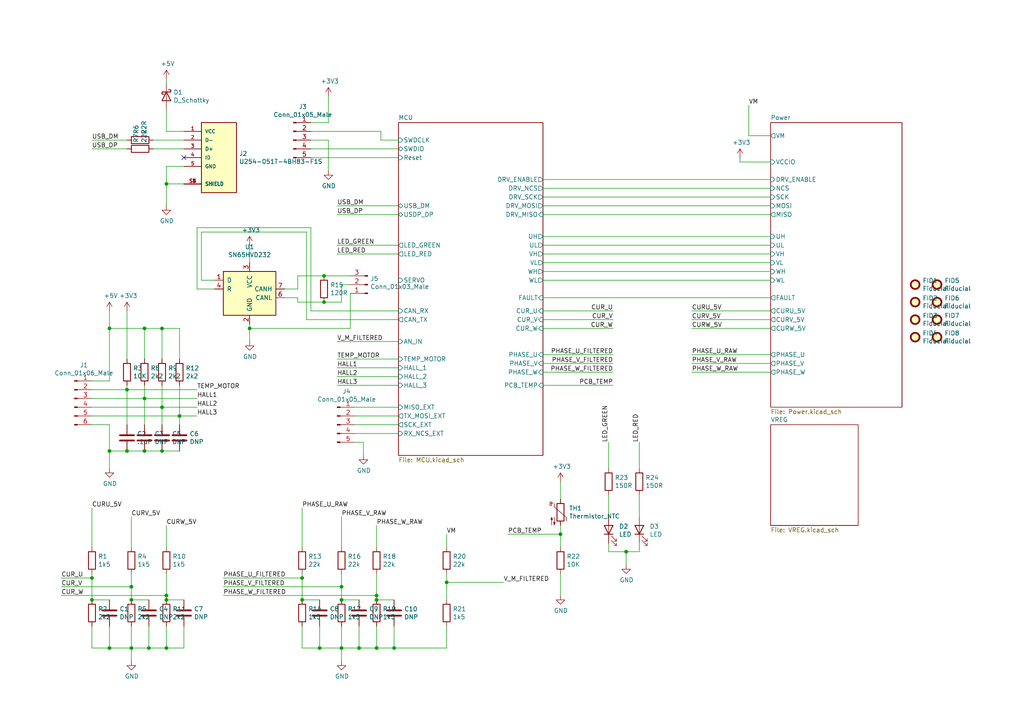
<source format=kicad_sch>
(kicad_sch (version 20211123) (generator eeschema)
  (paper "A4")
  (title_block (title "xESC BLDC Controller") (date "2021-12-01") (rev "2.0") (company "Clemens Elflein") (comment 1 "Creative Commons Attribution-NonCommercial-ShareAlike 4.0 International License.") (comment 2 "Licensed under "))
  (lib_symbols
    (symbol "Connector:Conn_01x03_Male" (pin_names (offset 1.016) hide)
      (property "Reference" "J" (at 0 5.08 0))
      (property "Value" "Conn_01x03_Male" (at 0 -5.08 0))
      (symbol "Conn_01x03_Male_1_1"
        (polyline (pts (xy 1.27 -2.54) (xy 0.8636 -2.54)) (stroke (width 0.1524)))
        (polyline (pts (xy 1.27 0) (xy 0.8636 0)) (stroke (width 0.1524)))
        (polyline (pts (xy 1.27 2.54) (xy 0.8636 2.54)) (stroke (width 0.1524)))
        (rectangle (start 0.8636 -2.413) (end 0 -2.667) (stroke (width 0.1524)) (fill (type outline)))
        (rectangle (start 0.8636 0.127) (end 0 -0.127) (stroke (width 0.1524)) (fill (type outline)))
        (rectangle (start 0.8636 2.667) (end 0 2.413) (stroke (width 0.1524)) (fill (type outline)))
        (pin passive line (at 5.08 2.54 180) (length 3.81) (name "Pin_1") (number "1"))
        (pin passive line (at 5.08 0 180) (length 3.81) (name "Pin_2") (number "2"))
        (pin passive line (at 5.08 -2.54 180) (length 3.81) (name "Pin_3") (number "3"))
      )
    )
    (symbol "Connector:Conn_01x05_Male" (pin_names (offset 1.016) hide)
      (property "Reference" "J" (at 0 7.62 0))
      (property "Value" "Conn_01x05_Male" (at 0 -7.62 0))
      (symbol "Conn_01x05_Male_1_1"
        (polyline (pts (xy 1.27 -5.08) (xy 0.8636 -5.08)) (stroke (width 0.1524)))
        (polyline (pts (xy 1.27 -2.54) (xy 0.8636 -2.54)) (stroke (width 0.1524)))
        (polyline (pts (xy 1.27 0) (xy 0.8636 0)) (stroke (width 0.1524)))
        (polyline (pts (xy 1.27 2.54) (xy 0.8636 2.54)) (stroke (width 0.1524)))
        (polyline (pts (xy 1.27 5.08) (xy 0.8636 5.08)) (stroke (width 0.1524)))
        (rectangle (start 0.8636 -4.953) (end 0 -5.207) (stroke (width 0.1524)) (fill (type outline)))
        (rectangle (start 0.8636 -2.413) (end 0 -2.667) (stroke (width 0.1524)) (fill (type outline)))
        (rectangle (start 0.8636 0.127) (end 0 -0.127) (stroke (width 0.1524)) (fill (type outline)))
        (rectangle (start 0.8636 2.667) (end 0 2.413) (stroke (width 0.1524)) (fill (type outline)))
        (rectangle (start 0.8636 5.207) (end 0 4.953) (stroke (width 0.1524)) (fill (type outline)))
        (pin passive line (at 5.08 5.08 180) (length 3.81) (name "Pin_1") (number "1"))
        (pin passive line (at 5.08 2.54 180) (length 3.81) (name "Pin_2") (number "2"))
        (pin passive line (at 5.08 0 180) (length 3.81) (name "Pin_3") (number "3"))
        (pin passive line (at 5.08 -2.54 180) (length 3.81) (name "Pin_4") (number "4"))
        (pin passive line (at 5.08 -5.08 180) (length 3.81) (name "Pin_5") (number "5"))
      )
    )
    (symbol "Connector:Conn_01x06_Male" (pin_names (offset 1.016) hide)
      (property "Reference" "J" (at 0 7.62 0))
      (property "Value" "Conn_01x06_Male" (at 0 -10.16 0))
      (symbol "Conn_01x06_Male_1_1"
        (polyline (pts (xy 1.27 -7.62) (xy 0.8636 -7.62)) (stroke (width 0.1524)))
        (polyline (pts (xy 1.27 -5.08) (xy 0.8636 -5.08)) (stroke (width 0.1524)))
        (polyline (pts (xy 1.27 -2.54) (xy 0.8636 -2.54)) (stroke (width 0.1524)))
        (polyline (pts (xy 1.27 0) (xy 0.8636 0)) (stroke (width 0.1524)))
        (polyline (pts (xy 1.27 2.54) (xy 0.8636 2.54)) (stroke (width 0.1524)))
        (polyline (pts (xy 1.27 5.08) (xy 0.8636 5.08)) (stroke (width 0.1524)))
        (rectangle (start 0.8636 -7.493) (end 0 -7.747) (stroke (width 0.1524)) (fill (type outline)))
        (rectangle (start 0.8636 -4.953) (end 0 -5.207) (stroke (width 0.1524)) (fill (type outline)))
        (rectangle (start 0.8636 -2.413) (end 0 -2.667) (stroke (width 0.1524)) (fill (type outline)))
        (rectangle (start 0.8636 0.127) (end 0 -0.127) (stroke (width 0.1524)) (fill (type outline)))
        (rectangle (start 0.8636 2.667) (end 0 2.413) (stroke (width 0.1524)) (fill (type outline)))
        (rectangle (start 0.8636 5.207) (end 0 4.953) (stroke (width 0.1524)) (fill (type outline)))
        (pin passive line (at 5.08 5.08 180) (length 3.81) (name "Pin_1") (number "1"))
        (pin passive line (at 5.08 2.54 180) (length 3.81) (name "Pin_2") (number "2"))
        (pin passive line (at 5.08 0 180) (length 3.81) (name "Pin_3") (number "3"))
        (pin passive line (at 5.08 -2.54 180) (length 3.81) (name "Pin_4") (number "4"))
        (pin passive line (at 5.08 -5.08 180) (length 3.81) (name "Pin_5") (number "5"))
        (pin passive line (at 5.08 -7.62 180) (length 3.81) (name "Pin_6") (number "6"))
      )
    )
    (symbol "Device:C" (pin_numbers hide) (pin_names (offset 0.254))
      (property "Reference" "C" (at 0.635 2.54 0))
      (property "Value" "C" (at 0.635 -2.54 0))
      (symbol "C_0_1"
        (polyline (pts (xy -2.032 -0.762) (xy 2.032 -0.762)) (stroke (width 0.508)))
        (polyline (pts (xy -2.032 0.762) (xy 2.032 0.762)) (stroke (width 0.508)))
      )
      (symbol "C_1_1"
        (pin passive line (at 0 3.81 270) (length 2.794) (name "~") (number "1"))
        (pin passive line (at 0 -3.81 90) (length 2.794) (name "~") (number "2"))
      )
    )
    (symbol "Device:D_Schottky" (pin_numbers hide) (pin_names (offset 1.016) hide)
      (property "Reference" "D" (at 0 2.54 0))
      (property "Value" "D_Schottky" (at 0 -2.54 0))
      (symbol "D_Schottky_0_1"
        (polyline (pts (xy 1.27 0) (xy -1.27 0)))
        (polyline (pts (xy 1.27 1.27) (xy 1.27 -1.27) (xy -1.27 0) (xy 1.27 1.27)) (stroke (width 0.254)))
        (polyline (pts (xy -1.905 0.635) (xy -1.905 1.27) (xy -1.27 1.27) (xy -1.27 -1.27) (xy -0.635 -1.27) (xy -0.635 -0.635)) (stroke (width 0.254)))
      )
      (symbol "D_Schottky_1_1"
        (pin passive line (at -3.81 0 0) (length 2.54) (name "K") (number "1"))
        (pin passive line (at 3.81 0 180) (length 2.54) (name "A") (number "2"))
      )
    )
    (symbol "Device:LED" (pin_numbers hide) (pin_names (offset 1.016) hide)
      (property "Reference" "D" (at 0 2.54 0))
      (property "Value" "LED" (at 0 -2.54 0))
      (symbol "LED_0_1"
        (polyline (pts (xy -1.27 -1.27) (xy -1.27 1.27)) (stroke (width 0.254)))
        (polyline (pts (xy -1.27 0) (xy 1.27 0)))
        (polyline (pts (xy 1.27 -1.27) (xy 1.27 1.27) (xy -1.27 0) (xy 1.27 -1.27)) (stroke (width 0.254)))
        (polyline (pts (xy -3.048 -0.762) (xy -4.572 -2.286) (xy -3.81 -2.286) (xy -4.572 -2.286) (xy -4.572 -1.524)))
        (polyline (pts (xy -1.778 -0.762) (xy -3.302 -2.286) (xy -2.54 -2.286) (xy -3.302 -2.286) (xy -3.302 -1.524)))
      )
      (symbol "LED_1_1"
        (pin passive line (at -3.81 0 0) (length 2.54) (name "K") (number "1"))
        (pin passive line (at 3.81 0 180) (length 2.54) (name "A") (number "2"))
      )
    )
    (symbol "Device:R" (pin_numbers hide) (pin_names (offset 0))
      (property "Reference" "R" (at 2.032 0 90))
      (property "Value" "R" (at 0 0 90))
      (symbol "R_0_1"
        (rectangle (start -1.016 -2.54) (end 1.016 2.54) (stroke (width 0.254)))
      )
      (symbol "R_1_1"
        (pin passive line (at 0 3.81 270) (length 1.27) (name "~") (number "1"))
        (pin passive line (at 0 -3.81 90) (length 1.27) (name "~") (number "2"))
      )
    )
    (symbol "Device:Thermistor_NTC" (pin_numbers hide) (pin_names (offset 0))
      (property "Reference" "TH" (at -4.445 0 90))
      (property "Value" "Thermistor_NTC" (at 3.175 0 90))
      (symbol "Thermistor_NTC_0_1"
        (arc (start -3.048 2.159) (mid -3.0505 2.3165) (end -3.175 2.413))
        (arc (start -3.048 2.159) (mid -2.9736 1.9794) (end -2.794 1.905))
        (arc (start -3.048 2.794) (mid -2.9736 2.6144) (end -2.794 2.54))
        (arc (start -2.794 1.905) (mid -2.6144 1.9794) (end -2.54 2.159))
        (arc (start -2.794 2.54) (mid -2.434 2.5608) (end -2.159 2.794))
        (arc (start -2.794 3.048) (mid -2.9736 2.9736) (end -3.048 2.794))
        (arc (start -2.54 2.794) (mid -2.6144 2.9736) (end -2.794 3.048))
        (rectangle (start -1.016 2.54) (end 1.016 -2.54) (stroke (width 0.254)))
        (polyline (pts (xy -2.54 2.159) (xy -2.54 2.794)))
        (polyline (pts (xy -1.778 2.54) (xy -1.778 1.524) (xy 1.778 -1.524) (xy 1.778 -2.54)))
        (polyline (pts (xy -2.54 -3.683) (xy -2.54 -1.397) (xy -2.794 -2.159) (xy -2.286 -2.159) (xy -2.54 -1.397) (xy -2.54 -1.651)) (fill (type outline)))
        (polyline (pts (xy -1.778 -1.397) (xy -1.778 -3.683) (xy -2.032 -2.921) (xy -1.524 -2.921) (xy -1.778 -3.683) (xy -1.778 -3.429)) (fill (type outline)))
      )
      (symbol "Thermistor_NTC_1_1"
        (pin passive line (at 0 3.81 270) (length 1.27) (name "~") (number "1"))
        (pin passive line (at 0 -3.81 90) (length 1.27) (name "~") (number "2"))
      )
    )
    (symbol "Interface_CAN_LIN:SN65HVD232" (pin_names (offset 1.016))
      (property "Reference" "U" (at -2.54 10.16 0))
      (property "Value" "SN65HVD232" (at -2.54 7.62 0))
      (symbol "SN65HVD232_0_1"
        (rectangle (start -7.62 5.08) (end 7.62 -7.62) (stroke (width 0.254)) (fill (type background)))
      )
      (symbol "SN65HVD232_1_1"
        (pin input line (at -10.16 2.54 0) (length 2.54) (name "D") (number "1"))
        (pin power_in line (at 0 -10.16 90) (length 2.54) (name "GND") (number "2"))
        (pin power_in line (at 0 7.62 270) (length 2.54) (name "VCC") (number "3"))
        (pin output line (at -10.16 0 0) (length 2.54) (name "R") (number "4"))
        (pin no_connect line (at -10.16 -2.54 0) (length 2.54) hide (name "NC") (number "5"))
        (pin bidirectional line (at 10.16 -2.54 180) (length 2.54) (name "CANL") (number "6"))
        (pin bidirectional line (at 10.16 0 180) (length 2.54) (name "CANH") (number "7"))
        (pin no_connect line (at -10.16 -5.08 0) (length 2.54) hide (name "NC") (number "8"))
      )
    )
    (symbol "Mechanical:Fiducial"
      (property "Reference" "FID" (at 0 5.08 0))
      (property "Value" "Fiducial" (at 0 3.175 0))
      (symbol "Fiducial_0_1"
        (circle (center 0 0) (radius 1.27) (stroke (width 0.508)) (fill (type background)))
      )
    )
    (symbol "U254-051T-4BH83-F1S:U254-051T-4BH83-F1S" (pin_names (offset 1.016))
      (property "Reference" "J" (at -5.08 11.43 0))
      (property "Value" "U254-051T-4BH83-F1S" (at -5.08 -12.7 0))
      (symbol "U254-051T-4BH83-F1S_0_0"
        (rectangle (start -5.08 -10.16) (end 5.08 10.16) (stroke (width 0.254)) (fill (type background)))
        (pin power_in line (at -10.16 7.62 0) (length 5.08) (name "VCC") (number "1"))
        (pin bidirectional line (at -10.16 5.08 0) (length 5.08) (name "D-") (number "2"))
        (pin bidirectional line (at -10.16 2.54 0) (length 5.08) (name "D+") (number "3"))
        (pin bidirectional line (at -10.16 0 0) (length 5.08) (name "ID") (number "4"))
        (pin power_in line (at -10.16 -2.54 0) (length 5.08) (name "GND") (number "5"))
        (pin passive line (at -10.16 -7.62 0) (length 5.08) (name "SHIELD") (number "S1"))
        (pin passive line (at -10.16 -7.62 0) (length 5.08) (name "SHIELD") (number "S2"))
        (pin passive line (at -10.16 -7.62 0) (length 5.08) (name "SHIELD") (number "S3"))
        (pin passive line (at -10.16 -7.62 0) (length 5.08) (name "SHIELD") (number "S4"))
        (pin passive line (at -10.16 -7.62 0) (length 5.08) (name "SHIELD") (number "S5"))
        (pin passive line (at -10.16 -7.62 0) (length 5.08) (name "SHIELD") (number "S6"))
      )
    )
    (symbol "power:+3.3V" (power) (pin_names (offset 0))
      (property "Value" "+3.3V" (at 0 3.556 0))
      (symbol "+3.3V_0_1"
        (polyline (pts (xy -0.762 1.27) (xy 0 2.54)))
        (polyline (pts (xy 0 0) (xy 0 2.54)))
        (polyline (pts (xy 0 2.54) (xy 0.762 1.27)))
      )
      (symbol "+3.3V_1_1"
        (pin power_in line (at 0 0 90) (length 0) hide (name "+3V3") (number "1"))
      )
    )
    (symbol "power:+5V" (power) (pin_names (offset 0))
      (property "Value" "+5V" (at 0 3.556 0))
      (symbol "+5V_0_1"
        (polyline (pts (xy -0.762 1.27) (xy 0 2.54)))
        (polyline (pts (xy 0 0) (xy 0 2.54)))
        (polyline (pts (xy 0 2.54) (xy 0.762 1.27)))
      )
      (symbol "+5V_1_1"
        (pin power_in line (at 0 0 90) (length 0) hide (name "+5V") (number "1"))
      )
    )
    (symbol "power:GND" (power) (pin_names (offset 0))
      (property "Value" "GND" (at 0 -3.81 0))
      (symbol "GND_0_1"
        (polyline (pts (xy 0 0) (xy 0 -1.27) (xy 1.27 -1.27) (xy 0 -2.54) (xy -1.27 -1.27) (xy 0 -1.27)))
      )
      (symbol "GND_1_1"
        (pin power_in line (at 0 0 270) (length 0) hide (name "GND") (number "1"))
      )
    )
  )
  (junction (at 92.71 187.96))
  (junction (at 43.18 187.96))
  (junction (at 46.99 130.81))
  (junction (at 26.67 167.64))
  (junction (at 48.26 187.96))
  (junction (at 99.06 173.99))
  (junction (at 36.83 113.03))
  (junction (at 72.39 95.25))
  (junction (at 48.26 53.34))
  (junction (at 114.3 187.96))
  (junction (at 38.1 187.96))
  (junction (at 109.22 173.99))
  (junction (at 129.54 168.91))
  (junction (at 48.26 172.72))
  (junction (at 36.83 130.81))
  (junction (at 31.75 187.96))
  (junction (at 109.22 172.72))
  (junction (at 87.63 173.99))
  (junction (at 52.07 120.65))
  (junction (at 31.75 95.25))
  (junction (at 48.26 173.99))
  (junction (at 46.99 95.25))
  (junction (at 46.99 118.11))
  (junction (at 93.98 80.01))
  (junction (at 41.91 130.81))
  (junction (at 26.67 173.99))
  (junction (at 104.14 187.96))
  (junction (at 162.56 154.94))
  (junction (at 99.06 187.96))
  (junction (at 93.98 87.63))
  (junction (at 87.63 167.64))
  (junction (at 99.06 170.18))
  (junction (at 109.22 187.96))
  (junction (at 38.1 170.18))
  (junction (at 38.1 173.99))
  (junction (at 41.91 95.25))
  (junction (at 31.75 130.81))
  (junction (at 181.61 160.02))
  (junction (at 41.91 115.57))
  (no_connect (at 53.34 45.72))
  (wire (pts (xy 53.34 40.64) (xy 44.45 40.64)))
  (wire (pts (xy 115.57 71.12) (xy 97.79 71.12)))
  (wire (pts (xy 95.25 35.56) (xy 95.25 27.94)))
  (wire (pts (xy 38.1 187.96) (xy 43.18 187.96)))
  (wire (pts (xy 97.79 109.22) (xy 115.57 109.22)))
  (wire (pts (xy 86.36 87.63) (xy 93.98 87.63)))
  (wire (pts (xy 223.52 102.87) (xy 200.66 102.87)))
  (wire (pts (xy 157.48 95.25) (xy 177.8 95.25)))
  (wire (pts (xy 110.49 40.64) (xy 115.57 40.64)))
  (wire (pts (xy 86.36 83.82) (xy 86.36 80.01)))
  (wire (pts (xy 181.61 160.02) (xy 185.42 160.02)))
  (wire (pts (xy 223.52 76.2) (xy 157.48 76.2)))
  (wire (pts (xy 92.71 181.61) (xy 92.71 187.96)))
  (wire (pts (xy 214.63 46.99) (xy 223.52 46.99)))
  (wire (pts (xy 223.52 105.41) (xy 200.66 105.41)))
  (wire (pts (xy 48.26 24.13) (xy 48.26 22.86)))
  (wire (pts (xy 162.56 152.4) (xy 162.56 154.94)))
  (wire (pts (xy 223.52 68.58) (xy 157.48 68.58)))
  (wire (pts (xy 102.87 123.19) (xy 115.57 123.19)))
  (wire (pts (xy 31.75 187.96) (xy 38.1 187.96)))
  (wire (pts (xy 87.63 187.96) (xy 92.71 187.96)))
  (wire (pts (xy 109.22 166.37) (xy 109.22 172.72)))
  (wire (pts (xy 38.1 181.61) (xy 38.1 187.96)))
  (wire (pts (xy 162.56 154.94) (xy 162.56 158.75)))
  (wire (pts (xy 115.57 106.68) (xy 97.79 106.68)))
  (wire (pts (xy 104.14 187.96) (xy 109.22 187.96)))
  (wire (pts (xy 53.34 48.26) (xy 48.26 48.26)))
  (wire (pts (xy 87.63 166.37) (xy 87.63 167.64)))
  (wire (pts (xy 41.91 95.25) (xy 46.99 95.25)))
  (wire (pts (xy 26.67 120.65) (xy 52.07 120.65)))
  (wire (pts (xy 57.15 113.03) (xy 36.83 113.03)))
  (wire (pts (xy 57.15 66.04) (xy 90.17 66.04)))
  (wire (pts (xy 157.48 102.87) (xy 177.8 102.87)))
  (wire (pts (xy 101.6 95.25) (xy 72.39 95.25)))
  (wire (pts (xy 223.52 52.07) (xy 157.48 52.07)))
  (wire (pts (xy 43.18 181.61) (xy 43.18 187.96)))
  (wire (pts (xy 48.26 187.96) (xy 48.26 181.61)))
  (wire (pts (xy 46.99 118.11) (xy 26.67 118.11)))
  (wire (pts (xy 48.26 152.4) (xy 48.26 158.75)))
  (wire (pts (xy 31.75 95.25) (xy 31.75 90.17)))
  (wire (pts (xy 223.52 73.66) (xy 157.48 73.66)))
  (wire (pts (xy 162.56 166.37) (xy 162.56 172.72)))
  (wire (pts (xy 101.6 85.09) (xy 101.6 95.25)))
  (wire (pts (xy 92.71 187.96) (xy 99.06 187.96)))
  (wire (pts (xy 31.75 123.19) (xy 31.75 130.81)))
  (wire (pts (xy 217.17 39.37) (xy 217.17 30.48)))
  (wire (pts (xy 41.91 111.76) (xy 41.91 115.57)))
  (wire (pts (xy 176.53 149.86) (xy 176.53 143.51)))
  (wire (pts (xy 48.26 48.26) (xy 48.26 53.34)))
  (wire (pts (xy 52.07 111.76) (xy 52.07 120.65)))
  (wire (pts (xy 115.57 99.06) (xy 97.79 99.06)))
  (wire (pts (xy 99.06 173.99) (xy 104.14 173.99)))
  (wire (pts (xy 176.53 135.89) (xy 176.53 128.27)))
  (wire (pts (xy 102.87 118.11) (xy 115.57 118.11)))
  (wire (pts (xy 223.52 57.15) (xy 157.48 57.15)))
  (wire (pts (xy 90.17 43.18) (xy 115.57 43.18)))
  (wire (pts (xy 99.06 181.61) (xy 99.06 187.96)))
  (wire (pts (xy 31.75 95.25) (xy 41.91 95.25)))
  (wire (pts (xy 109.22 172.72) (xy 109.22 173.99)))
  (wire (pts (xy 82.55 86.36) (xy 86.36 86.36)))
  (wire (pts (xy 217.17 39.37) (xy 223.52 39.37)))
  (wire (pts (xy 31.75 130.81) (xy 31.75 135.89)))
  (wire (pts (xy 36.83 130.81) (xy 31.75 130.81)))
  (wire (pts (xy 99.06 170.18) (xy 64.77 170.18)))
  (wire (pts (xy 99.06 187.96) (xy 104.14 187.96)))
  (wire (pts (xy 99.06 82.55) (xy 99.06 87.63)))
  (wire (pts (xy 99.06 149.86) (xy 99.06 158.75)))
  (wire (pts (xy 53.34 53.34) (xy 48.26 53.34)))
  (wire (pts (xy 129.54 168.91) (xy 146.05 168.91)))
  (wire (pts (xy 72.39 71.12) (xy 72.39 76.2)))
  (wire (pts (xy 157.48 78.74) (xy 223.52 78.74)))
  (wire (pts (xy 48.26 172.72) (xy 17.78 172.72)))
  (wire (pts (xy 88.9 92.71) (xy 88.9 67.31)))
  (wire (pts (xy 157.48 90.17) (xy 177.8 90.17)))
  (wire (pts (xy 57.15 83.82) (xy 57.15 66.04)))
  (wire (pts (xy 26.67 167.64) (xy 26.67 173.99)))
  (wire (pts (xy 157.48 105.41) (xy 177.8 105.41)))
  (wire (pts (xy 46.99 118.11) (xy 46.99 123.19)))
  (wire (pts (xy 38.1 166.37) (xy 38.1 170.18)))
  (wire (pts (xy 176.53 160.02) (xy 181.61 160.02)))
  (wire (pts (xy 48.26 173.99) (xy 53.34 173.99)))
  (wire (pts (xy 26.67 123.19) (xy 31.75 123.19)))
  (wire (pts (xy 53.34 187.96) (xy 48.26 187.96)))
  (wire (pts (xy 38.1 170.18) (xy 38.1 173.99)))
  (wire (pts (xy 87.63 167.64) (xy 64.77 167.64)))
  (wire (pts (xy 87.63 167.64) (xy 87.63 173.99)))
  (wire (pts (xy 72.39 95.25) (xy 72.39 99.06)))
  (wire (pts (xy 185.42 135.89) (xy 185.42 128.27)))
  (wire (pts (xy 62.23 83.82) (xy 57.15 83.82)))
  (wire (pts (xy 115.57 73.66) (xy 97.79 73.66)))
  (wire (pts (xy 41.91 130.81) (xy 36.83 130.81)))
  (wire (pts (xy 95.25 40.64) (xy 95.25 49.53)))
  (wire (pts (xy 93.98 80.01) (xy 101.6 80.01)))
  (wire (pts (xy 110.49 38.1) (xy 110.49 40.64)))
  (wire (pts (xy 129.54 173.99) (xy 129.54 168.91)))
  (wire (pts (xy 109.22 172.72) (xy 64.77 172.72)))
  (wire (pts (xy 157.48 59.69) (xy 223.52 59.69)))
  (wire (pts (xy 41.91 115.57) (xy 57.15 115.57)))
  (wire (pts (xy 99.06 191.77) (xy 99.06 187.96)))
  (wire (pts (xy 223.52 95.25) (xy 200.66 95.25)))
  (wire (pts (xy 97.79 59.69) (xy 115.57 59.69)))
  (wire (pts (xy 115.57 111.76) (xy 97.79 111.76)))
  (wire (pts (xy 157.48 71.12) (xy 223.52 71.12)))
  (wire (pts (xy 52.07 120.65) (xy 52.07 123.19)))
  (wire (pts (xy 86.36 80.01) (xy 93.98 80.01)))
  (wire (pts (xy 176.53 157.48) (xy 176.53 160.02)))
  (wire (pts (xy 26.67 166.37) (xy 26.67 167.64)))
  (wire (pts (xy 26.67 181.61) (xy 26.67 187.96)))
  (wire (pts (xy 26.67 167.64) (xy 17.78 167.64)))
  (wire (pts (xy 114.3 181.61) (xy 114.3 187.96)))
  (wire (pts (xy 223.52 107.95) (xy 200.66 107.95)))
  (wire (pts (xy 129.54 168.91) (xy 129.54 166.37)))
  (wire (pts (xy 48.26 172.72) (xy 48.26 173.99)))
  (wire (pts (xy 109.22 152.4) (xy 109.22 158.75)))
  (wire (pts (xy 109.22 187.96) (xy 109.22 181.61)))
  (wire (pts (xy 36.83 43.18) (xy 26.67 43.18)))
  (wire (pts (xy 90.17 38.1) (xy 110.49 38.1)))
  (wire (pts (xy 58.42 81.28) (xy 62.23 81.28)))
  (wire (pts (xy 223.52 62.23) (xy 157.48 62.23)))
  (wire (pts (xy 53.34 43.18) (xy 44.45 43.18)))
  (wire (pts (xy 129.54 187.96) (xy 114.3 187.96)))
  (wire (pts (xy 53.34 38.1) (xy 48.26 38.1)))
  (wire (pts (xy 129.54 158.75) (xy 129.54 154.94)))
  (wire (pts (xy 46.99 111.76) (xy 46.99 118.11)))
  (wire (pts (xy 90.17 90.17) (xy 115.57 90.17)))
  (wire (pts (xy 157.48 92.71) (xy 177.8 92.71)))
  (wire (pts (xy 38.1 149.86) (xy 38.1 158.75)))
  (wire (pts (xy 31.75 173.99) (xy 26.67 173.99)))
  (wire (pts (xy 36.83 113.03) (xy 26.67 113.03)))
  (wire (pts (xy 114.3 187.96) (xy 109.22 187.96)))
  (wire (pts (xy 105.41 128.27) (xy 105.41 132.08)))
  (wire (pts (xy 53.34 181.61) (xy 53.34 187.96)))
  (wire (pts (xy 87.63 181.61) (xy 87.63 187.96)))
  (wire (pts (xy 129.54 187.96) (xy 129.54 181.61)))
  (wire (pts (xy 104.14 181.61) (xy 104.14 187.96)))
  (wire (pts (xy 57.15 118.11) (xy 46.99 118.11)))
  (wire (pts (xy 185.42 157.48) (xy 185.42 160.02)))
  (wire (pts (xy 97.79 104.14) (xy 115.57 104.14)))
  (wire (pts (xy 48.26 166.37) (xy 48.26 172.72)))
  (wire (pts (xy 38.1 191.77) (xy 38.1 187.96)))
  (wire (pts (xy 115.57 92.71) (xy 88.9 92.71)))
  (wire (pts (xy 101.6 82.55) (xy 99.06 82.55)))
  (wire (pts (xy 109.22 173.99) (xy 114.3 173.99)))
  (wire (pts (xy 46.99 130.81) (xy 52.07 130.81)))
  (wire (pts (xy 157.48 86.36) (xy 223.52 86.36)))
  (wire (pts (xy 90.17 40.64) (xy 95.25 40.64)))
  (wire (pts (xy 26.67 147.32) (xy 26.67 158.75)))
  (wire (pts (xy 58.42 67.31) (xy 58.42 81.28)))
  (wire (pts (xy 48.26 53.34) (xy 48.26 59.69)))
  (wire (pts (xy 41.91 130.81) (xy 46.99 130.81)))
  (wire (pts (xy 72.39 93.98) (xy 72.39 95.25)))
  (wire (pts (xy 43.18 187.96) (xy 48.26 187.96)))
  (wire (pts (xy 157.48 107.95) (xy 177.8 107.95)))
  (wire (pts (xy 48.26 38.1) (xy 48.26 31.75)))
  (wire (pts (xy 86.36 86.36) (xy 86.36 87.63)))
  (wire (pts (xy 82.55 83.82) (xy 86.36 83.82)))
  (wire (pts (xy 38.1 170.18) (xy 17.78 170.18)))
  (wire (pts (xy 93.98 87.63) (xy 99.06 87.63)))
  (wire (pts (xy 115.57 125.73) (xy 102.87 125.73)))
  (wire (pts (xy 223.52 81.28) (xy 157.48 81.28)))
  (wire (pts (xy 41.91 104.14) (xy 41.91 95.25)))
  (wire (pts (xy 223.52 90.17) (xy 200.66 90.17)))
  (wire (pts (xy 36.83 113.03) (xy 36.83 111.76)))
  (wire (pts (xy 52.07 120.65) (xy 57.15 120.65)))
  (wire (pts (xy 162.56 144.78) (xy 162.56 139.7)))
  (wire (pts (xy 31.75 181.61) (xy 31.75 187.96)))
  (wire (pts (xy 185.42 149.86) (xy 185.42 143.51)))
  (wire (pts (xy 92.71 173.99) (xy 87.63 173.99)))
  (wire (pts (xy 41.91 115.57) (xy 41.91 123.19)))
  (wire (pts (xy 162.56 154.94) (xy 147.32 154.94)))
  (wire (pts (xy 90.17 66.04) (xy 90.17 90.17)))
  (wire (pts (xy 90.17 35.56) (xy 95.25 35.56)))
  (wire (pts (xy 36.83 123.19) (xy 36.83 113.03)))
  (wire (pts (xy 99.06 170.18) (xy 99.06 173.99)))
  (wire (pts (xy 36.83 40.64) (xy 26.67 40.64)))
  (wire (pts (xy 36.83 104.14) (xy 36.83 90.17)))
  (wire (pts (xy 26.67 187.96) (xy 31.75 187.96)))
  (wire (pts (xy 157.48 111.76) (xy 177.8 111.76)))
  (wire (pts (xy 88.9 67.31) (xy 58.42 67.31)))
  (wire (pts (xy 26.67 115.57) (xy 41.91 115.57)))
  (wire (pts (xy 214.63 46.99) (xy 214.63 45.72)))
  (wire (pts (xy 223.52 92.71) (xy 200.66 92.71)))
  (wire (pts (xy 115.57 120.65) (xy 102.87 120.65)))
  (wire (pts (xy 102.87 128.27) (xy 105.41 128.27)))
  (wire (pts (xy 99.06 166.37) (xy 99.06 170.18)))
  (wire (pts (xy 46.99 104.14) (xy 46.99 95.25)))
  (wire (pts (xy 115.57 62.23) (xy 97.79 62.23)))
  (wire (pts (xy 157.48 54.61) (xy 223.52 54.61)))
  (wire (pts (xy 181.61 163.83) (xy 181.61 160.02)))
  (wire (pts (xy 38.1 173.99) (xy 43.18 173.99)))
  (wire (pts (xy 46.99 95.25) (xy 52.07 95.25)))
  (wire (pts (xy 31.75 110.49) (xy 31.75 95.25)))
  (wire (pts (xy 87.63 147.32) (xy 87.63 158.75)))
  (wire (pts (xy 52.07 95.25) (xy 52.07 104.14)))
  (wire (pts (xy 90.17 45.72) (xy 115.57 45.72)))
  (wire (pts (xy 26.67 110.49) (xy 31.75 110.49)))
  (label "PCB_TEMP" (at 177.8 111.76 180))
  (label "PHASE_U_FILTERED" (at 177.8 102.87 180))
  (label "CUR_U" (at 17.78 167.64 0))
  (label "HALL3" (at 57.15 120.65 0))
  (label "V_M_FILTERED" (at 146.05 168.91 0))
  (label "LED_GREEN" (at 97.79 71.12 0))
  (label "LED_RED" (at 185.42 128.27 90))
  (label "CUR_U" (at 177.8 90.17 180))
  (label "V_M_FILTERED" (at 97.79 99.06 0))
  (label "USB_DP" (at 97.79 62.23 0))
  (label "CUR_V" (at 17.78 170.18 0))
  (label "HALL1" (at 97.79 106.68 0))
  (label "CUR_W" (at 177.8 95.25 180))
  (label "HALL2" (at 97.79 109.22 0))
  (label "TEMP_MOTOR" (at 57.15 113.03 0))
  (label "VM" (at 129.54 154.94 0))
  (label "LED_GREEN" (at 176.53 128.27 90))
  (label "CURU_5V" (at 26.67 147.32 0))
  (label "PHASE_U_RAW" (at 200.66 102.87 0))
  (label "PHASE_W_RAW" (at 109.22 152.4 0))
  (label "CURW_5V" (at 48.26 152.4 0))
  (label "PHASE_V_RAW" (at 99.06 149.86 0))
  (label "PHASE_U_RAW" (at 87.63 147.32 0))
  (label "CURW_5V" (at 200.66 95.25 0))
  (label "PHASE_U_FILTERED" (at 64.77 167.64 0))
  (label "USB_DP" (at 26.67 43.18 0))
  (label "PHASE_V_FILTERED" (at 64.77 170.18 0))
  (label "CURU_5V" (at 200.66 90.17 0))
  (label "CUR_W" (at 17.78 172.72 0))
  (label "USB_DM" (at 97.79 59.69 0))
  (label "HALL1" (at 57.15 115.57 0))
  (label "TEMP_MOTOR" (at 97.79 104.14 0))
  (label "VM" (at 217.17 30.48 0))
  (label "PHASE_W_FILTERED" (at 64.77 172.72 0))
  (label "PHASE_W_RAW" (at 200.66 107.95 0))
  (label "HALL3" (at 97.79 111.76 0))
  (label "PHASE_V_FILTERED" (at 177.8 105.41 180))
  (label "USB_DM" (at 26.67 40.64 0))
  (label "LED_RED" (at 97.79 73.66 0))
  (label "PHASE_V_RAW" (at 200.66 105.41 0))
  (label "CURV_5V" (at 38.1 149.86 0))
  (label "CUR_V" (at 177.8 92.71 180))
  (label "PCB_TEMP" (at 147.32 154.94 0))
  (label "HALL2" (at 57.15 118.11 0))
  (label "CURV_5V" (at 200.66 92.71 0))
  (label "PHASE_W_FILTERED" (at 177.8 107.95 180))
  (symbol (lib_id "Connector:Conn_01x06_Male") (at 21.59 115.57 0) (unit 1)
    (property "Reference" "J1" (at 24.3332 105.8926 0))
    (property "Value" "Conn_01x06_Male" (at 24.3332 108.204 0))
    (property "Footprint" "Connector_PinHeader_2.54mm:PinHeader_1x06_P2.54mm_Vertical" (effects hide))
  )
  (symbol (lib_id "power:+5V") (at 31.75 90.17 0) (unit 1)
    (property "Reference" "#PWR01" (effects hide))
    (property "Value" "+5V" (at 32.131 85.7758 0))
  )
  (symbol (lib_id "power:GND") (at 31.75 135.89 0) (unit 1)
    (property "Reference" "#PWR02" (effects hide))
    (property "Value" "GND" (at 31.877 140.2842 0))
  )
  (symbol (lib_id "Device:C") (at 36.83 127 0) (unit 1)
    (property "Reference" "C2" (at 39.751 125.8316 0) (effects (justify left)))
    (property "Value" ".1uF" (at 39.751 128.143 0) (effects (justify left)))
    (property "Footprint" "Capacitor_SMD:C_0603_1608Metric" (effects hide))
    (property "Digikey" "490-1331-1-ND" (effects hide))
    (property "Part Number" "CL10B104KC8NNNC" (effects hide))
    (property "Stock_PN" "C-603-.1uF-100V-X7R" (effects hide))
  )
  (symbol (lib_id "Device:R") (at 36.83 107.95 0) (unit 1)
    (property "Reference" "R3" (at 38.608 106.7816 0) (effects (justify left)))
    (property "Value" "10K" (at 38.608 109.093 0) (effects (justify left)))
    (property "Footprint" "Resistor_SMD:R_0603_1608Metric" (effects hide))
    (property "Digikey" "RC0603FR-0710KL" (effects hide))
    (property "Part Number" "311-10.0KHRCT-ND" (effects hide))
    (property "Stock_PN" "R-603-10K-.1W-1%" (effects hide))
  )
  (symbol (lib_id "power:+3.3V") (at 36.83 90.17 0) (unit 1)
    (property "Reference" "#PWR03" (effects hide))
    (property "Value" "+3.3V" (at 37.211 85.7758 0))
  )
  (symbol (lib_id "Device:R") (at 26.67 162.56 0) (unit 1)
    (property "Reference" "R1" (at 28.448 161.3916 0) (effects (justify left)))
    (property "Value" "1k5" (at 28.448 163.703 0) (effects (justify left)))
    (property "Footprint" "Resistor_SMD:R_0603_1608Metric" (effects hide))
    (property "Digikey" "RC0603FR-071K5L" (effects hide))
    (property "Part Number" "311-1.50KHRCT-ND" (effects hide))
    (property "Stock_PN" "R-603-1.5K-.1W-1%" (effects hide))
  )
  (symbol (lib_id "Device:R") (at 26.67 177.8 0) (unit 1)
    (property "Reference" "R2" (at 28.448 176.6316 0) (effects (justify left)))
    (property "Value" "2k2" (at 28.448 178.943 0) (effects (justify left)))
    (property "Footprint" "Resistor_SMD:R_0603_1608Metric" (effects hide))
    (property "Digikey" "RC0603FR-072K2L" (effects hide))
    (property "Part Number" "311-2.20KHRCT-ND" (effects hide))
    (property "Stock_PN" "R-603-2.2K-.1W-1%" (effects hide))
  )
  (symbol (lib_id "Device:R") (at 38.1 162.56 0) (unit 1)
    (property "Reference" "R4" (at 39.878 161.3916 0) (effects (justify left)))
    (property "Value" "1k5" (at 39.878 163.703 0) (effects (justify left)))
    (property "Footprint" "Resistor_SMD:R_0603_1608Metric" (effects hide))
    (property "Digikey" "RC0603FR-071K5L" (effects hide))
    (property "Part Number" "311-1.50KHRCT-ND" (effects hide))
    (property "Stock_PN" "R-603-1.5K-.1W-1%" (effects hide))
  )
  (symbol (lib_id "Device:R") (at 38.1 177.8 0) (unit 1)
    (property "Reference" "R5" (at 39.878 176.6316 0) (effects (justify left)))
    (property "Value" "2k2" (at 39.878 178.943 0) (effects (justify left)))
    (property "Footprint" "Resistor_SMD:R_0603_1608Metric" (effects hide))
    (property "Digikey" "RC0603FR-072K2L" (effects hide))
    (property "Part Number" "311-2.20KHRCT-ND" (effects hide))
    (property "Stock_PN" "R-603-2.2K-.1W-1%" (effects hide))
  )
  (symbol (lib_id "Device:R") (at 48.26 162.56 0) (unit 1)
    (property "Reference" "R10" (at 50.038 161.3916 0) (effects (justify left)))
    (property "Value" "1k5" (at 50.038 163.703 0) (effects (justify left)))
    (property "Footprint" "Resistor_SMD:R_0603_1608Metric" (effects hide))
    (property "Digikey" "RC0603FR-071K5L" (effects hide))
    (property "Part Number" "311-1.50KHRCT-ND" (effects hide))
    (property "Stock_PN" "R-603-1.5K-.1W-1%" (effects hide))
  )
  (symbol (lib_id "Device:R") (at 48.26 177.8 0) (unit 1)
    (property "Reference" "R11" (at 50.038 176.6316 0) (effects (justify left)))
    (property "Value" "2k2" (at 50.038 178.943 0) (effects (justify left)))
    (property "Footprint" "Resistor_SMD:R_0603_1608Metric" (effects hide))
    (property "Digikey" "RC0603FR-072K2L" (effects hide))
    (property "Part Number" "311-2.20KHRCT-ND" (effects hide))
    (property "Stock_PN" "R-603-2.2K-.1W-1%" (effects hide))
  )
  (symbol (lib_id "power:GND") (at 38.1 191.77 0) (unit 1)
    (property "Reference" "#PWR04" (effects hide))
    (property "Value" "GND" (at 38.227 196.1642 0))
  )
  (symbol (lib_id "power:+3.3V") (at 214.63 45.72 0) (unit 1)
    (property "Reference" "#PWR016" (effects hide))
    (property "Value" "+3.3V" (at 215.011 41.3258 0))
  )
  (symbol (lib_id "Device:R") (at 41.91 107.95 0) (unit 1)
    (property "Reference" "R8" (at 43.688 106.7816 0) (effects (justify left)))
    (property "Value" "2k2" (at 43.688 109.093 0) (effects (justify left)))
    (property "Footprint" "Resistor_SMD:R_0603_1608Metric" (effects hide))
    (property "Digikey" "RC0603FR-072K2L" (effects hide))
    (property "Part Number" "311-2.20KHRCT-ND" (effects hide))
    (property "Stock_PN" "R-603-2.2K-.1W-1%" (effects hide))
  )
  (symbol (lib_id "Device:R") (at 46.99 107.95 0) (unit 1)
    (property "Reference" "R9" (at 48.768 106.7816 0) (effects (justify left)))
    (property "Value" "2k2" (at 48.768 109.093 0) (effects (justify left)))
    (property "Footprint" "Resistor_SMD:R_0603_1608Metric" (effects hide))
    (property "Digikey" "RC0603FR-072K2L" (effects hide))
    (property "Part Number" "311-2.20KHRCT-ND" (effects hide))
    (property "Stock_PN" "R-603-2.2K-.1W-1%" (effects hide))
  )
  (symbol (lib_id "Device:R") (at 52.07 107.95 0) (unit 1)
    (property "Reference" "R12" (at 53.848 106.7816 0) (effects (justify left)))
    (property "Value" "2k2" (at 53.848 109.093 0) (effects (justify left)))
    (property "Footprint" "Resistor_SMD:R_0603_1608Metric" (effects hide))
    (property "Digikey" "RC0603FR-072K2L" (effects hide))
    (property "Part Number" "311-2.20KHRCT-ND" (effects hide))
    (property "Stock_PN" "R-603-2.2K-.1W-1%" (effects hide))
  )
  (symbol (lib_id "Device:C") (at 52.07 127 0) (unit 1)
    (property "Reference" "C6" (at 54.991 125.8316 0) (effects (justify left)))
    (property "Value" "DNP" (at 54.991 128.143 0) (effects (justify left)))
    (property "Footprint" "Capacitor_SMD:C_0603_1608Metric" (effects hide))
  )
  (symbol (lib_id "Device:C") (at 46.99 127 0) (unit 1)
    (property "Reference" "C5" (at 49.911 125.8316 0) (effects (justify left)))
    (property "Value" "DNP" (at 49.911 128.143 0) (effects (justify left)))
    (property "Footprint" "Capacitor_SMD:C_0603_1608Metric" (effects hide))
  )
  (symbol (lib_id "Device:C") (at 41.91 127 0) (unit 1)
    (property "Reference" "C3" (at 44.831 125.8316 0) (effects (justify left)))
    (property "Value" "DNP" (at 44.831 128.143 0) (effects (justify left)))
    (property "Footprint" "Capacitor_SMD:C_0603_1608Metric" (effects hide))
  )
  (symbol (lib_id "Device:C") (at 53.34 177.8 0) (unit 1)
    (property "Reference" "C7" (at 56.261 176.6316 0) (effects (justify left)))
    (property "Value" "DNP" (at 56.261 178.943 0) (effects (justify left)))
    (property "Footprint" "Capacitor_SMD:C_0603_1608Metric" (effects hide))
  )
  (symbol (lib_id "Device:C") (at 43.18 177.8 0) (unit 1)
    (property "Reference" "C4" (at 46.101 176.6316 0) (effects (justify left)))
    (property "Value" "DNP" (at 46.101 178.943 0) (effects (justify left)))
    (property "Footprint" "Capacitor_SMD:C_0603_1608Metric" (effects hide))
  )
  (symbol (lib_id "Device:C") (at 31.75 177.8 0) (unit 1)
    (property "Reference" "C1" (at 34.671 176.6316 0) (effects (justify left)))
    (property "Value" "DNP" (at 34.671 178.943 0) (effects (justify left)))
    (property "Footprint" "Capacitor_SMD:C_0603_1608Metric" (effects hide))
  )
  (symbol (lib_id "Connector:Conn_01x05_Male") (at 85.09 40.64 0) (unit 1)
    (property "Reference" "J3" (at 87.8332 30.9626 0))
    (property "Value" "Conn_01x05_Male" (at 87.8332 33.274 0))
    (property "Footprint" "Connector_PinHeader_2.54mm:PinHeader_1x05_P2.54mm_Vertical" (effects hide))
  )
  (symbol (lib_id "power:+3.3V") (at 95.25 27.94 0) (unit 1)
    (property "Reference" "#PWR09" (effects hide))
    (property "Value" "+3.3V" (at 95.631 23.5458 0))
  )
  (symbol (lib_id "Device:R") (at 87.63 162.56 0) (unit 1)
    (property "Reference" "R13" (at 89.408 161.3916 0) (effects (justify left)))
    (property "Value" "22k" (at 89.408 163.703 0) (effects (justify left)))
    (property "Footprint" "Resistor_SMD:R_0603_1608Metric" (effects hide))
    (property "Digikey" "RMCF0603FT22K0" (effects hide))
    (property "Part Number" "RMCF0603FT22K0CT-ND" (effects hide))
    (property "Stock_PN" "R-603-22K-.1W-1%" (effects hide))
  )
  (symbol (lib_id "Device:R") (at 87.63 177.8 0) (unit 1)
    (property "Reference" "R14" (at 89.408 176.6316 0) (effects (justify left)))
    (property "Value" "1k5" (at 89.408 178.943 0) (effects (justify left)))
    (property "Footprint" "Resistor_SMD:R_0603_1608Metric" (effects hide))
    (property "Digikey" "RC0603FR-071K5L" (effects hide))
    (property "Part Number" "311-1.50KHRCT-ND" (effects hide))
    (property "Stock_PN" "R-603-1.5K-.1W-1%" (effects hide))
  )
  (symbol (lib_id "Device:R") (at 99.06 162.56 0) (unit 1)
    (property "Reference" "R16" (at 100.838 161.3916 0) (effects (justify left)))
    (property "Value" "22k" (at 100.838 163.703 0) (effects (justify left)))
    (property "Footprint" "Resistor_SMD:R_0603_1608Metric" (effects hide))
    (property "Digikey" "RMCF0603FT22K0" (effects hide))
    (property "Part Number" "RMCF0603FT22K0CT-ND" (effects hide))
    (property "Stock_PN" "R-603-22K-.1W-1%" (effects hide))
  )
  (symbol (lib_id "Device:R") (at 99.06 177.8 0) (unit 1)
    (property "Reference" "R17" (at 100.838 176.6316 0) (effects (justify left)))
    (property "Value" "1k5" (at 100.838 178.943 0) (effects (justify left)))
    (property "Footprint" "Resistor_SMD:R_0603_1608Metric" (effects hide))
    (property "Digikey" "RC0603FR-071K5L" (effects hide))
    (property "Part Number" "311-1.50KHRCT-ND" (effects hide))
    (property "Stock_PN" "R-603-1.5K-.1W-1%" (effects hide))
  )
  (symbol (lib_id "Device:R") (at 109.22 162.56 0) (unit 1)
    (property "Reference" "R18" (at 110.998 161.3916 0) (effects (justify left)))
    (property "Value" "22k" (at 110.998 163.703 0) (effects (justify left)))
    (property "Footprint" "Resistor_SMD:R_0603_1608Metric" (effects hide))
    (property "Digikey" "RMCF0603FT22K0" (effects hide))
    (property "Part Number" "RMCF0603FT22K0CT-ND" (effects hide))
    (property "Stock_PN" "R-603-22K-.1W-1%" (effects hide))
  )
  (symbol (lib_id "Device:R") (at 109.22 177.8 0) (unit 1)
    (property "Reference" "R19" (at 110.998 176.6316 0) (effects (justify left)))
    (property "Value" "1k5" (at 110.998 178.943 0) (effects (justify left)))
    (property "Footprint" "Resistor_SMD:R_0603_1608Metric" (effects hide))
    (property "Digikey" "RC0603FR-071K5L" (effects hide))
    (property "Part Number" "311-1.50KHRCT-ND" (effects hide))
    (property "Stock_PN" "R-603-1.5K-.1W-1%" (effects hide))
  )
  (symbol (lib_id "power:GND") (at 99.06 191.77 0) (unit 1)
    (property "Reference" "#PWR011" (effects hide))
    (property "Value" "GND" (at 99.187 196.1642 0))
  )
  (symbol (lib_id "Device:C") (at 114.3 177.8 0) (unit 1)
    (property "Reference" "C10" (at 117.221 176.6316 0) (effects (justify left)))
    (property "Value" "DNP" (at 117.221 178.943 0) (effects (justify left)))
    (property "Footprint" "Capacitor_SMD:C_0603_1608Metric" (effects hide))
  )
  (symbol (lib_id "Device:C") (at 104.14 177.8 0) (unit 1)
    (property "Reference" "C9" (at 107.061 176.6316 0) (effects (justify left)))
    (property "Value" "DNP" (at 107.061 178.943 0) (effects (justify left)))
    (property "Footprint" "Capacitor_SMD:C_0603_1608Metric" (effects hide))
  )
  (symbol (lib_id "Device:C") (at 92.71 177.8 0) (unit 1)
    (property "Reference" "C8" (at 95.631 176.6316 0) (effects (justify left)))
    (property "Value" "DNP" (at 95.631 178.943 0) (effects (justify left)))
    (property "Footprint" "Capacitor_SMD:C_0603_1608Metric" (effects hide))
  )
  (symbol (lib_id "power:GND") (at 95.25 49.53 0) (unit 1)
    (property "Reference" "#PWR010" (effects hide))
    (property "Value" "GND" (at 95.377 53.9242 0))
  )
  (symbol (lib_id "Device:R") (at 129.54 162.56 0) (unit 1)
    (property "Reference" "R20" (at 131.318 161.3916 0) (effects (justify left)))
    (property "Value" "22k" (at 131.318 163.703 0) (effects (justify left)))
    (property "Footprint" "Resistor_SMD:R_0603_1608Metric" (effects hide))
    (property "Digikey" "RMCF0603FT22K0" (effects hide))
    (property "Part Number" "RMCF0603FT22K0CT-ND" (effects hide))
    (property "Stock_PN" "R-603-22K-.1W-1%" (effects hide))
  )
  (symbol (lib_id "Device:R") (at 129.54 177.8 0) (unit 1)
    (property "Reference" "R21" (at 131.318 176.6316 0) (effects (justify left)))
    (property "Value" "1k5" (at 131.318 178.943 0) (effects (justify left)))
    (property "Footprint" "Resistor_SMD:R_0603_1608Metric" (effects hide))
    (property "Digikey" "RC0603FR-071K5L" (effects hide))
    (property "Part Number" "311-1.50KHRCT-ND" (effects hide))
    (property "Stock_PN" "R-603-1.5K-.1W-1%" (effects hide))
  )
  (symbol (lib_id "U254-051T-4BH83-F1S:U254-051T-4BH83-F1S") (at 63.5 45.72 0) (unit 1)
    (property "Reference" "J2" (at 69.342 44.5516 0) (effects (justify left)))
    (property "Value" "U254-051T-4BH83-F1S" (at 69.342 46.863 0) (effects (justify left)))
    (property "Footprint" "USB:XKB_U254-051T-4BH83-F1S" (effects hide))
    (property "PARTREV" "A0" (effects hide))
    (property "MAXIMUM_PACKAGE_HEIGHT" "2.98mm" (effects hide))
    (property "MANUFACTURER" "XKB INDUSTRIAL PRECISION" (effects hide))
    (property "STANDARD" "Manufacturer recommendations" (effects hide))
    (property "LCSC" "C397452" (effects hide))
    (property "Part Number" "U254-051T-4BH83-F1S" (effects hide))
    (property "Stock_PN" "J-USB-Mico-B" (effects hide))
  )
  (symbol (lib_id "power:+5V") (at 48.26 22.86 0) (unit 1)
    (property "Reference" "#PWR05" (effects hide))
    (property "Value" "+5V" (at 48.641 18.4658 0))
  )
  (symbol (lib_id "Device:D_Schottky") (at 48.26 27.94 270) (unit 1)
    (property "Reference" "D1" (at 50.292 26.7716 90) (effects (justify left)))
    (property "Value" "D_Schottky" (at 50.292 29.083 90) (effects (justify left)))
    (property "Footprint" "Diode_SMD:D_SOD-123" (effects hide))
    (property "Part Number" "PMEG2010ER,115" (effects hide))
    (property "Digikey" "1727-5192-1-ND" (effects hide))
    (property "Stock_PN" "D-PMEG2010ER" (effects hide))
  )
  (symbol (lib_id "Device:R") (at 40.64 43.18 90) (unit 1)
    (property "Reference" "R7" (at 39.4716 41.402 0) (effects (justify left)))
    (property "Value" "22R" (at 41.783 41.402 0) (effects (justify left)))
    (property "Footprint" "Resistor_SMD:R_0603_1608Metric" (effects hide))
    (property "Digikey" "RMCF0603FT22R0" (effects hide))
    (property "Part Number" "RMCF0603FT22R0CT-ND" (effects hide))
    (property "Stock_PN" "R-603-22-.1W-1%" (effects hide))
  )
  (symbol (lib_id "Device:R") (at 40.64 40.64 90) (unit 1)
    (property "Reference" "R6" (at 39.4716 38.862 0) (effects (justify left)))
    (property "Value" "22R" (at 41.783 38.862 0) (effects (justify left)))
    (property "Footprint" "Resistor_SMD:R_0603_1608Metric" (effects hide))
    (property "Digikey" "RMCF0603FT22R0" (effects hide))
    (property "Part Number" "RMCF0603FT22R0CT-ND" (effects hide))
    (property "Stock_PN" "R-603-22-.1W-1%" (effects hide))
  )
  (symbol (lib_id "power:GND") (at 48.26 59.69 0) (unit 1)
    (property "Reference" "#PWR06" (effects hide))
    (property "Value" "GND" (at 48.387 64.0842 0))
  )
  (symbol (lib_id "Connector:Conn_01x05_Male") (at 97.79 123.19 0) (unit 1)
    (property "Reference" "J4" (at 100.5332 113.5126 0))
    (property "Value" "Conn_01x05_Male" (at 100.5332 115.824 0))
    (property "Footprint" "Connector_PinHeader_2.54mm:PinHeader_1x05_P2.54mm_Vertical" (effects hide))
  )
  (symbol (lib_id "power:GND") (at 105.41 132.08 0) (unit 1)
    (property "Reference" "#PWR012" (effects hide))
    (property "Value" "GND" (at 105.537 136.4742 0))
  )
  (symbol (lib_id "Interface_CAN_LIN:SN65HVD232") (at 72.39 83.82 0) (unit 1)
    (property "Reference" "U1" (at 72.39 71.6026 0))
    (property "Value" "SN65HVD232" (at 72.39 73.914 0))
    (property "Footprint" "Package_SO:SOIC-8_3.9x4.9mm_P1.27mm" (effects hide))
    (property "Datasheet" "http://www.ti.com/lit/ds/symlink/sn65hvd230.pdf" (effects hide))
    (property "Part Number" "SN65HVD232" (effects hide))
    (property "Digikey" "296-12282-5-ND" (effects hide))
    (property "LCSC" "C30530" (effects hide))
    (property "Stock_PN" "U-SN65HVD232" (effects hide))
  )
  (symbol (lib_id "power:GND") (at 72.39 99.06 0) (unit 1)
    (property "Reference" "#PWR08" (effects hide))
    (property "Value" "GND" (at 72.517 103.4542 0))
  )
  (symbol (lib_id "power:+3.3V") (at 72.39 71.12 0) (unit 1)
    (property "Reference" "#PWR07" (effects hide))
    (property "Value" "+3.3V" (at 72.771 66.7258 0))
  )
  (symbol (lib_id "Device:R") (at 93.98 83.82 0) (unit 1)
    (property "Reference" "R15" (at 95.758 82.6516 0) (effects (justify left)))
    (property "Value" "120R" (at 95.758 84.963 0) (effects (justify left)))
    (property "Footprint" "Resistor_SMD:R_0603_1608Metric" (effects hide))
    (property "Digikey" "RMCF0603FT120R" (effects hide))
    (property "Part Number" "RMCF0603FT120RCT-ND" (effects hide))
    (property "Stock_PN" "R-603-120-.1W-1%" (effects hide))
  )
  (symbol (lib_id "Connector:Conn_01x03_Male") (at 106.68 82.55 180) (unit 1)
    (property "Reference" "J5" (at 107.3912 80.8228 0) (effects (justify right)))
    (property "Value" "Conn_01x03_Male" (at 107.3912 83.1342 0) (effects (justify right)))
    (property "Footprint" "Connector_PinHeader_2.54mm:PinHeader_1x03_P2.54mm_Vertical" (effects hide))
  )
  (symbol (lib_id "Device:R") (at 176.53 139.7 0) (unit 1)
    (property "Reference" "R23" (at 178.308 138.5316 0) (effects (justify left)))
    (property "Value" "150R" (at 178.308 140.843 0) (effects (justify left)))
    (property "Footprint" "Resistor_SMD:R_0603_1608Metric" (effects hide))
    (property "Digikey" "RC0603FR-07150RL" (effects hide))
    (property "Part Number" "311-150HRCT-ND" (effects hide))
    (property "Stock_PN" "R-603-150-.1W-1%" (effects hide))
  )
  (symbol (lib_id "Device:LED") (at 176.53 153.67 90) (unit 1)
    (property "Reference" "D2" (at 179.5272 152.6794 90) (effects (justify right)))
    (property "Value" "LED" (at 179.5272 154.9908 90) (effects (justify right)))
    (property "Footprint" "LED_SMD:LED_0603_1608Metric" (effects hide))
    (property "Stock_PN" "LED-603-GREEN" (effects hide))
    (property "Digikey" "160-1446-1-ND" (effects hide))
    (property "Part Number" "LTST-C191KGKT" (effects hide))
  )
  (symbol (lib_id "Device:Thermistor_NTC") (at 162.56 148.59 0) (unit 1)
    (property "Reference" "TH1" (at 165.0492 147.4216 0) (effects (justify left)))
    (property "Value" "Thermistor_NTC" (at 165.0492 149.733 0) (effects (justify left)))
    (property "Footprint" "Resistor_SMD:R_0603_1608Metric" (effects hide))
    (property "Digikey" "490-16279-1-ND" (effects hide))
    (property "Part Number" "NCU18XH103F60RB" (effects hide))
    (property "Stock_PN" "TH-NCU18XH103F60RB" (effects hide))
  )
  (symbol (lib_id "Device:R") (at 162.56 162.56 0) (unit 1)
    (property "Reference" "R22" (at 164.338 161.3916 0) (effects (justify left)))
    (property "Value" "10K" (at 164.338 163.703 0) (effects (justify left)))
    (property "Footprint" "Resistor_SMD:R_0603_1608Metric" (effects hide))
    (property "Digikey" "RC0603FR-0710KL" (effects hide))
    (property "Part Number" "311-10.0KHRCT-ND" (effects hide))
    (property "Stock_PN" "R-603-10K-.1W-1%" (effects hide))
  )
  (symbol (lib_id "Device:R") (at 185.42 139.7 0) (unit 1)
    (property "Reference" "R24" (at 187.198 138.5316 0) (effects (justify left)))
    (property "Value" "150R" (at 187.198 140.843 0) (effects (justify left)))
    (property "Footprint" "Resistor_SMD:R_0603_1608Metric" (effects hide))
    (property "Digikey" "RC0603FR-07150RL" (effects hide))
    (property "Part Number" "311-150HRCT-ND" (effects hide))
    (property "Stock_PN" "R-603-150-.1W-1%" (effects hide))
  )
  (symbol (lib_id "Device:LED") (at 185.42 153.67 90) (unit 1)
    (property "Reference" "D3" (at 188.4172 152.6794 90) (effects (justify right)))
    (property "Value" "LED" (at 188.4172 154.9908 90) (effects (justify right)))
    (property "Footprint" "LED_SMD:LED_0603_1608Metric" (effects hide))
    (property "Stock_PN" "LED-603-RED" (effects hide))
    (property "Digikey" "160-1447-1-ND" (effects hide))
    (property "Part Number" "LTST-C191KRKT" (effects hide))
  )
  (symbol (lib_id "power:GND") (at 181.61 163.83 0) (unit 1)
    (property "Reference" "#PWR015" (effects hide))
    (property "Value" "GND" (at 181.737 168.2242 0))
  )
  (symbol (lib_id "power:GND") (at 162.56 172.72 0) (unit 1)
    (property "Reference" "#PWR014" (effects hide))
    (property "Value" "GND" (at 162.687 177.1142 0))
  )
  (symbol (lib_id "power:+3.3V") (at 162.56 139.7 0) (unit 1)
    (property "Reference" "#PWR013" (effects hide))
    (property "Value" "+3.3V" (at 162.941 135.3058 0))
  )
  (symbol (lib_id "Mechanical:Fiducial") (at 271.78 82.55 0) (unit 1)
    (property "Reference" "FID5" (at 273.939 81.3816 0) (effects (justify left)))
    (property "Value" "Fiducial" (at 273.939 83.693 0) (effects (justify left)))
    (property "Footprint" "Fiducial:Fiducial_0.75mm_Mask1.5mm" (effects hide))
  )
  (symbol (lib_id "Mechanical:Fiducial") (at 271.78 87.63 0) (unit 1)
    (property "Reference" "FID6" (at 273.939 86.4616 0) (effects (justify left)))
    (property "Value" "Fiducial" (at 273.939 88.773 0) (effects (justify left)))
    (property "Footprint" "Fiducial:Fiducial_0.75mm_Mask1.5mm" (effects hide))
  )
  (symbol (lib_id "Mechanical:Fiducial") (at 271.78 92.71 0) (unit 1)
    (property "Reference" "FID7" (at 273.939 91.5416 0) (effects (justify left)))
    (property "Value" "Fiducial" (at 273.939 93.853 0) (effects (justify left)))
    (property "Footprint" "Fiducial:Fiducial_0.75mm_Mask1.5mm" (effects hide))
  )
  (symbol (lib_id "Mechanical:Fiducial") (at 271.78 97.79 0) (unit 1)
    (property "Reference" "FID8" (at 273.939 96.6216 0) (effects (justify left)))
    (property "Value" "Fiducial" (at 273.939 98.933 0) (effects (justify left)))
    (property "Footprint" "Fiducial:Fiducial_0.75mm_Mask1.5mm" (effects hide))
  )
  (symbol (lib_id "Mechanical:Fiducial") (at 265.43 82.55 0) (unit 1)
    (property "Reference" "FID1" (at 267.589 81.3816 0) (effects (justify left)))
    (property "Value" "Fiducial" (at 267.589 83.693 0) (effects (justify left)))
    (property "Footprint" "Fiducial:Fiducial_0.75mm_Mask1.5mm" (effects hide))
  )
  (symbol (lib_id "Mechanical:Fiducial") (at 265.43 87.63 0) (unit 1)
    (property "Reference" "FID2" (at 267.589 86.4616 0) (effects (justify left)))
    (property "Value" "Fiducial" (at 267.589 88.773 0) (effects (justify left)))
    (property "Footprint" "Fiducial:Fiducial_0.75mm_Mask1.5mm" (effects hide))
  )
  (symbol (lib_id "Mechanical:Fiducial") (at 265.43 92.71 0) (unit 1)
    (property "Reference" "FID3" (at 267.589 91.5416 0) (effects (justify left)))
    (property "Value" "Fiducial" (at 267.589 93.853 0) (effects (justify left)))
    (property "Footprint" "Fiducial:Fiducial_0.75mm_Mask1.5mm" (effects hide))
  )
  (symbol (lib_id "Mechanical:Fiducial") (at 265.43 97.79 0) (unit 1)
    (property "Reference" "FID4" (at 267.589 96.6216 0) (effects (justify left)))
    (property "Value" "Fiducial" (at 267.589 98.933 0) (effects (justify left)))
    (property "Footprint" "Fiducial:Fiducial_0.75mm_Mask1.5mm" (effects hide))
  )
  (sheet (at 223.52 35.56) (size 38.1 82.55)
    (property "Sheet name" "Power" (at 223.52 34.8484 0) (effects (justify left bottom)))
    (property "Sheet file" "Power.kicad_sch" (at 223.52 118.6946 0) (effects (justify left top)))
    (pin "DRV_ENABLE" input (at 223.52 52.07 180))
    (pin "NCS" input (at 223.52 54.61 180))
    (pin "SCK" input (at 223.52 57.15 180))
    (pin "MOSI" input (at 223.52 59.69 180))
    (pin "MISO" output (at 223.52 62.23 180))
    (pin "UH" input (at 223.52 68.58 180))
    (pin "UL" input (at 223.52 71.12 180))
    (pin "VH" input (at 223.52 73.66 180))
    (pin "VL" input (at 223.52 76.2 180))
    (pin "WH" input (at 223.52 78.74 180))
    (pin "WL" input (at 223.52 81.28 180))
    (pin "FAULT" output (at 223.52 86.36 180))
    (pin "CURU_5V" output (at 223.52 90.17 180))
    (pin "CURV_5V" output (at 223.52 92.71 180))
    (pin "CURW_5V" output (at 223.52 95.25 180))
    (pin "VCCIO" input (at 223.52 46.99 180))
    (pin "VM" output (at 223.52 39.37 180))
    (pin "PHASE_U" output (at 223.52 102.87 180))
    (pin "PHASE_V" output (at 223.52 105.41 180))
    (pin "PHASE_W" output (at 223.52 107.95 180))
  )
  (sheet (at 115.57 35.56) (size 41.91 96.52)
    (property "Sheet name" "MCU" (at 115.57 34.8484 0) (effects (justify left bottom)))
    (property "Sheet file" "MCU.kicad_sch" (at 115.57 132.6646 0) (effects (justify left top)))
    (pin "Reset" input (at 115.57 45.72 180))
    (pin "SWDIO" bidirectional (at 115.57 43.18 180))
    (pin "SWDCLK" input (at 115.57 40.64 180))
    (pin "WH" output (at 157.48 78.74 0))
    (pin "VH" output (at 157.48 73.66 0))
    (pin "UH" output (at 157.48 68.58 0))
    (pin "WL" output (at 157.48 81.28 0))
    (pin "VL" output (at 157.48 76.2 0))
    (pin "UL" output (at 157.48 71.12 0))
    (pin "CUR_W" input (at 157.48 95.25 0))
    (pin "CUR_V" input (at 157.48 92.71 0))
    (pin "CUR_U" input (at 157.48 90.17 0))
    (pin "PHASE_U" input (at 157.48 102.87 0))
    (pin "PHASE_V" input (at 157.48 105.41 0))
    (pin "PHASE_W" input (at 157.48 107.95 0))
    (pin "PCB_TEMP" input (at 157.48 111.76 0))
    (pin "USB_DM" bidirectional (at 115.57 59.69 180))
    (pin "USDP_DP" bidirectional (at 115.57 62.23 180))
    (pin "LED_GREEN" output (at 115.57 71.12 180))
    (pin "LED_RED" output (at 115.57 73.66 180))
    (pin "DRV_ENABLE" output (at 157.48 52.07 0))
    (pin "SERVO" input (at 115.57 81.28 180))
    (pin "FAULT" input (at 157.48 86.36 0))
    (pin "CAN_RX" input (at 115.57 90.17 180))
    (pin "CAN_TX" output (at 115.57 92.71 180))
    (pin "DRV_MISO" input (at 157.48 62.23 0))
    (pin "DRV_MOSI" output (at 157.48 59.69 0))
    (pin "DRV_NCS" output (at 157.48 54.61 0))
    (pin "DRV_SCK" output (at 157.48 57.15 0))
    (pin "AN_IN" input (at 115.57 99.06 180))
    (pin "TEMP_MOTOR" input (at 115.57 104.14 180))
    (pin "HALL_3" input (at 115.57 111.76 180))
    (pin "HALL_2" input (at 115.57 109.22 180))
    (pin "HALL_1" input (at 115.57 106.68 180))
    (pin "SCK_EXT" output (at 115.57 123.19 180))
    (pin "MISO_EXT" input (at 115.57 118.11 180))
    (pin "TX_MOSI_EXT" output (at 115.57 120.65 180))
    (pin "RX_NCS_EXT" input (at 115.57 125.73 180))
  )
  (sheet (at 223.52 123.19) (size 25.4 29.21)
    (property "Sheet name" "VREG" (at 223.52 122.4784 0) (effects (justify left bottom)))
    (property "Sheet file" "VREG.kicad_sch" (at 223.52 152.9846 0) (effects (justify left top)))
  )
)
</source>
